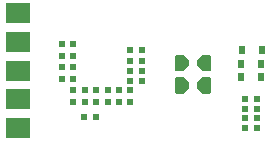
<source format=gbp>
G04*
G04 #@! TF.GenerationSoftware,Altium Limited,Altium Designer,23.8.1 (32)*
G04*
G04 Layer_Color=128*
%FSLAX44Y44*%
%MOMM*%
G71*
G04*
G04 #@! TF.SameCoordinates,C9A30DB4-BB40-4B38-85DC-7C9B31114FAE*
G04*
G04*
G04 #@! TF.FilePolarity,Positive*
G04*
G01*
G75*
%ADD16R,2.0000X1.8000*%
%ADD17R,0.5000X0.5000*%
%ADD43R,0.6000X0.8000*%
%ADD44R,0.5000X0.6000*%
%ADD45R,0.5000X0.5000*%
G36*
X168156Y53478D02*
Y57884D01*
X164305Y62565D01*
X157431D01*
X156431Y61565D01*
Y49796D01*
X157431Y48796D01*
X164305D01*
X168156Y53478D01*
D02*
G37*
G36*
X175356D02*
Y57884D01*
X179207Y62565D01*
X186081D01*
X187081Y61565D01*
Y49796D01*
X186081Y48796D01*
X179207D01*
X175356Y53478D01*
D02*
G37*
G36*
X168156Y72733D02*
Y77140D01*
X164305Y81821D01*
X157431D01*
X156431Y80821D01*
Y69051D01*
X157431Y68052D01*
X164305D01*
X168156Y72733D01*
D02*
G37*
G36*
X175356D02*
Y77140D01*
X179207Y81821D01*
X186081D01*
X187081Y80821D01*
Y69051D01*
X186081Y68052D01*
X179207D01*
X175356Y72733D01*
D02*
G37*
D16*
X23998Y116649D02*
D03*
Y92399D02*
D03*
Y68149D02*
D03*
Y43899D02*
D03*
Y19649D02*
D03*
D17*
X89922Y51838D02*
D03*
Y41838D02*
D03*
X118780Y51838D02*
D03*
Y41838D02*
D03*
X109160D02*
D03*
Y51838D02*
D03*
X99541Y41838D02*
D03*
Y51838D02*
D03*
X80302Y41838D02*
D03*
Y51838D02*
D03*
X70683Y41838D02*
D03*
Y51838D02*
D03*
D43*
X213363Y86019D02*
D03*
X230363D02*
D03*
X212339Y62595D02*
D03*
X229339D02*
D03*
Y73963D02*
D03*
X212339D02*
D03*
D44*
X215839Y19554D02*
D03*
X225839D02*
D03*
X118780Y68057D02*
D03*
X128780D02*
D03*
X60683Y80957D02*
D03*
X70683D02*
D03*
Y70873D02*
D03*
X60683D02*
D03*
Y60790D02*
D03*
X70683D02*
D03*
X215839Y36095D02*
D03*
X225839D02*
D03*
X215839Y27825D02*
D03*
X225839D02*
D03*
D45*
X128780Y59427D02*
D03*
X118780D02*
D03*
Y85317D02*
D03*
X128780D02*
D03*
X118780Y76687D02*
D03*
X128780D02*
D03*
X89922Y28512D02*
D03*
X79922D02*
D03*
X60683Y91040D02*
D03*
X70683D02*
D03*
X225839Y43866D02*
D03*
X215839D02*
D03*
M02*

</source>
